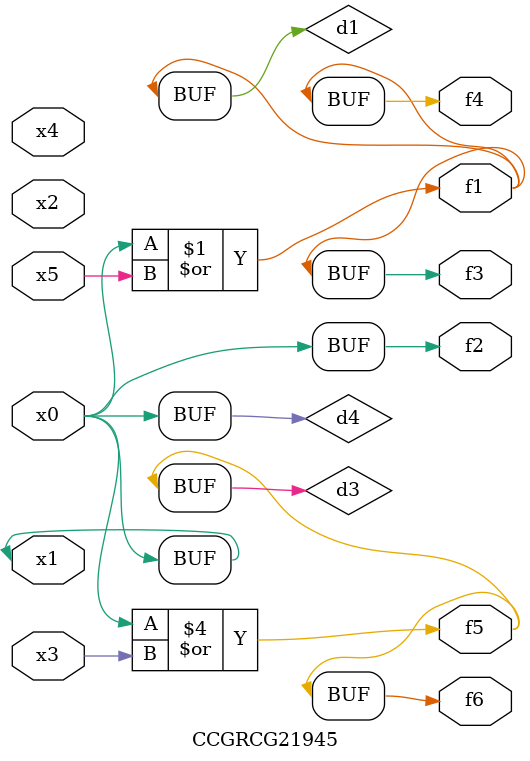
<source format=v>
module CCGRCG21945(
	input x0, x1, x2, x3, x4, x5,
	output f1, f2, f3, f4, f5, f6
);

	wire d1, d2, d3, d4;

	or (d1, x0, x5);
	xnor (d2, x1, x4);
	or (d3, x0, x3);
	buf (d4, x0, x1);
	assign f1 = d1;
	assign f2 = d4;
	assign f3 = d1;
	assign f4 = d1;
	assign f5 = d3;
	assign f6 = d3;
endmodule

</source>
